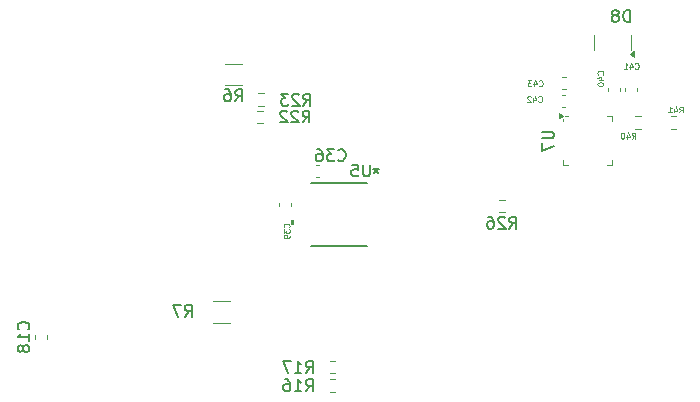
<source format=gbr>
%TF.GenerationSoftware,KiCad,Pcbnew,8.0.6*%
%TF.CreationDate,2025-12-29T11:58:40+02:00*%
%TF.ProjectId,TMCM_1260_alternative,544d434d-5f31-4323-9630-5f616c746572,rev?*%
%TF.SameCoordinates,Original*%
%TF.FileFunction,Legend,Bot*%
%TF.FilePolarity,Positive*%
%FSLAX46Y46*%
G04 Gerber Fmt 4.6, Leading zero omitted, Abs format (unit mm)*
G04 Created by KiCad (PCBNEW 8.0.6) date 2025-12-29 11:58:40*
%MOMM*%
%LPD*%
G01*
G04 APERTURE LIST*
%ADD10C,0.150000*%
%ADD11C,0.125000*%
%ADD12C,0.120000*%
%ADD13C,0.152400*%
%ADD14C,0.000000*%
G04 APERTURE END LIST*
D10*
X96946457Y-92174219D02*
X97279790Y-91698028D01*
X97517885Y-92174219D02*
X97517885Y-91174219D01*
X97517885Y-91174219D02*
X97136933Y-91174219D01*
X97136933Y-91174219D02*
X97041695Y-91221838D01*
X97041695Y-91221838D02*
X96994076Y-91269457D01*
X96994076Y-91269457D02*
X96946457Y-91364695D01*
X96946457Y-91364695D02*
X96946457Y-91507552D01*
X96946457Y-91507552D02*
X96994076Y-91602790D01*
X96994076Y-91602790D02*
X97041695Y-91650409D01*
X97041695Y-91650409D02*
X97136933Y-91698028D01*
X97136933Y-91698028D02*
X97517885Y-91698028D01*
X96565504Y-91269457D02*
X96517885Y-91221838D01*
X96517885Y-91221838D02*
X96422647Y-91174219D01*
X96422647Y-91174219D02*
X96184552Y-91174219D01*
X96184552Y-91174219D02*
X96089314Y-91221838D01*
X96089314Y-91221838D02*
X96041695Y-91269457D01*
X96041695Y-91269457D02*
X95994076Y-91364695D01*
X95994076Y-91364695D02*
X95994076Y-91459933D01*
X95994076Y-91459933D02*
X96041695Y-91602790D01*
X96041695Y-91602790D02*
X96613123Y-92174219D01*
X96613123Y-92174219D02*
X95994076Y-92174219D01*
X95613123Y-91269457D02*
X95565504Y-91221838D01*
X95565504Y-91221838D02*
X95470266Y-91174219D01*
X95470266Y-91174219D02*
X95232171Y-91174219D01*
X95232171Y-91174219D02*
X95136933Y-91221838D01*
X95136933Y-91221838D02*
X95089314Y-91269457D01*
X95089314Y-91269457D02*
X95041695Y-91364695D01*
X95041695Y-91364695D02*
X95041695Y-91459933D01*
X95041695Y-91459933D02*
X95089314Y-91602790D01*
X95089314Y-91602790D02*
X95660742Y-92174219D01*
X95660742Y-92174219D02*
X95041695Y-92174219D01*
D11*
X124832228Y-93544409D02*
X124998894Y-93306314D01*
X125117942Y-93544409D02*
X125117942Y-93044409D01*
X125117942Y-93044409D02*
X124927466Y-93044409D01*
X124927466Y-93044409D02*
X124879847Y-93068219D01*
X124879847Y-93068219D02*
X124856037Y-93092028D01*
X124856037Y-93092028D02*
X124832228Y-93139647D01*
X124832228Y-93139647D02*
X124832228Y-93211076D01*
X124832228Y-93211076D02*
X124856037Y-93258695D01*
X124856037Y-93258695D02*
X124879847Y-93282504D01*
X124879847Y-93282504D02*
X124927466Y-93306314D01*
X124927466Y-93306314D02*
X125117942Y-93306314D01*
X124403656Y-93211076D02*
X124403656Y-93544409D01*
X124522704Y-93020600D02*
X124641751Y-93377742D01*
X124641751Y-93377742D02*
X124332228Y-93377742D01*
X124046514Y-93044409D02*
X123998895Y-93044409D01*
X123998895Y-93044409D02*
X123951276Y-93068219D01*
X123951276Y-93068219D02*
X123927466Y-93092028D01*
X123927466Y-93092028D02*
X123903657Y-93139647D01*
X123903657Y-93139647D02*
X123879847Y-93234885D01*
X123879847Y-93234885D02*
X123879847Y-93353933D01*
X123879847Y-93353933D02*
X123903657Y-93449171D01*
X123903657Y-93449171D02*
X123927466Y-93496790D01*
X123927466Y-93496790D02*
X123951276Y-93520600D01*
X123951276Y-93520600D02*
X123998895Y-93544409D01*
X123998895Y-93544409D02*
X124046514Y-93544409D01*
X124046514Y-93544409D02*
X124094133Y-93520600D01*
X124094133Y-93520600D02*
X124117942Y-93496790D01*
X124117942Y-93496790D02*
X124141752Y-93449171D01*
X124141752Y-93449171D02*
X124165561Y-93353933D01*
X124165561Y-93353933D02*
X124165561Y-93234885D01*
X124165561Y-93234885D02*
X124141752Y-93139647D01*
X124141752Y-93139647D02*
X124117942Y-93092028D01*
X124117942Y-93092028D02*
X124094133Y-93068219D01*
X124094133Y-93068219D02*
X124046514Y-93044409D01*
D10*
X102641304Y-95745210D02*
X102641304Y-96554733D01*
X102641304Y-96554733D02*
X102593685Y-96649971D01*
X102593685Y-96649971D02*
X102546066Y-96697591D01*
X102546066Y-96697591D02*
X102450828Y-96745210D01*
X102450828Y-96745210D02*
X102260352Y-96745210D01*
X102260352Y-96745210D02*
X102165114Y-96697591D01*
X102165114Y-96697591D02*
X102117495Y-96649971D01*
X102117495Y-96649971D02*
X102069876Y-96554733D01*
X102069876Y-96554733D02*
X102069876Y-95745210D01*
X101117495Y-95745210D02*
X101593685Y-95745210D01*
X101593685Y-95745210D02*
X101641304Y-96221400D01*
X101641304Y-96221400D02*
X101593685Y-96173781D01*
X101593685Y-96173781D02*
X101498447Y-96126162D01*
X101498447Y-96126162D02*
X101260352Y-96126162D01*
X101260352Y-96126162D02*
X101165114Y-96173781D01*
X101165114Y-96173781D02*
X101117495Y-96221400D01*
X101117495Y-96221400D02*
X101069876Y-96316638D01*
X101069876Y-96316638D02*
X101069876Y-96554733D01*
X101069876Y-96554733D02*
X101117495Y-96649971D01*
X101117495Y-96649971D02*
X101165114Y-96697591D01*
X101165114Y-96697591D02*
X101260352Y-96745210D01*
X101260352Y-96745210D02*
X101498447Y-96745210D01*
X101498447Y-96745210D02*
X101593685Y-96697591D01*
X101593685Y-96697591D02*
X101641304Y-96649971D01*
X103155749Y-96005010D02*
X103155749Y-96243105D01*
X103393844Y-96147867D02*
X103155749Y-96243105D01*
X103155749Y-96243105D02*
X102917654Y-96147867D01*
X103298606Y-96433581D02*
X103155749Y-96243105D01*
X103155749Y-96243105D02*
X103012892Y-96433581D01*
X103155749Y-96005010D02*
X103155749Y-96243105D01*
X103393844Y-96147867D02*
X103155749Y-96243105D01*
X103155749Y-96243105D02*
X102917654Y-96147867D01*
X103298606Y-96433581D02*
X103155749Y-96243105D01*
X103155749Y-96243105D02*
X103012892Y-96433581D01*
D11*
X122351190Y-88121371D02*
X122375000Y-88097562D01*
X122375000Y-88097562D02*
X122398809Y-88026133D01*
X122398809Y-88026133D02*
X122398809Y-87978514D01*
X122398809Y-87978514D02*
X122375000Y-87907086D01*
X122375000Y-87907086D02*
X122327380Y-87859467D01*
X122327380Y-87859467D02*
X122279761Y-87835657D01*
X122279761Y-87835657D02*
X122184523Y-87811848D01*
X122184523Y-87811848D02*
X122113095Y-87811848D01*
X122113095Y-87811848D02*
X122017857Y-87835657D01*
X122017857Y-87835657D02*
X121970238Y-87859467D01*
X121970238Y-87859467D02*
X121922619Y-87907086D01*
X121922619Y-87907086D02*
X121898809Y-87978514D01*
X121898809Y-87978514D02*
X121898809Y-88026133D01*
X121898809Y-88026133D02*
X121922619Y-88097562D01*
X121922619Y-88097562D02*
X121946428Y-88121371D01*
X122065476Y-88549943D02*
X122398809Y-88549943D01*
X121875000Y-88430895D02*
X122232142Y-88311848D01*
X122232142Y-88311848D02*
X122232142Y-88621371D01*
X121898809Y-88907085D02*
X121898809Y-88954704D01*
X121898809Y-88954704D02*
X121922619Y-89002323D01*
X121922619Y-89002323D02*
X121946428Y-89026133D01*
X121946428Y-89026133D02*
X121994047Y-89049942D01*
X121994047Y-89049942D02*
X122089285Y-89073752D01*
X122089285Y-89073752D02*
X122208333Y-89073752D01*
X122208333Y-89073752D02*
X122303571Y-89049942D01*
X122303571Y-89049942D02*
X122351190Y-89026133D01*
X122351190Y-89026133D02*
X122375000Y-89002323D01*
X122375000Y-89002323D02*
X122398809Y-88954704D01*
X122398809Y-88954704D02*
X122398809Y-88907085D01*
X122398809Y-88907085D02*
X122375000Y-88859466D01*
X122375000Y-88859466D02*
X122351190Y-88835657D01*
X122351190Y-88835657D02*
X122303571Y-88811847D01*
X122303571Y-88811847D02*
X122208333Y-88788038D01*
X122208333Y-88788038D02*
X122089285Y-88788038D01*
X122089285Y-88788038D02*
X121994047Y-88811847D01*
X121994047Y-88811847D02*
X121946428Y-88835657D01*
X121946428Y-88835657D02*
X121922619Y-88859466D01*
X121922619Y-88859466D02*
X121898809Y-88907085D01*
D10*
X86958466Y-108608019D02*
X87291799Y-108131828D01*
X87529894Y-108608019D02*
X87529894Y-107608019D01*
X87529894Y-107608019D02*
X87148942Y-107608019D01*
X87148942Y-107608019D02*
X87053704Y-107655638D01*
X87053704Y-107655638D02*
X87006085Y-107703257D01*
X87006085Y-107703257D02*
X86958466Y-107798495D01*
X86958466Y-107798495D02*
X86958466Y-107941352D01*
X86958466Y-107941352D02*
X87006085Y-108036590D01*
X87006085Y-108036590D02*
X87053704Y-108084209D01*
X87053704Y-108084209D02*
X87148942Y-108131828D01*
X87148942Y-108131828D02*
X87529894Y-108131828D01*
X86625132Y-107608019D02*
X85958466Y-107608019D01*
X85958466Y-107608019D02*
X86387037Y-108608019D01*
X97213657Y-114932619D02*
X97546990Y-114456428D01*
X97785085Y-114932619D02*
X97785085Y-113932619D01*
X97785085Y-113932619D02*
X97404133Y-113932619D01*
X97404133Y-113932619D02*
X97308895Y-113980238D01*
X97308895Y-113980238D02*
X97261276Y-114027857D01*
X97261276Y-114027857D02*
X97213657Y-114123095D01*
X97213657Y-114123095D02*
X97213657Y-114265952D01*
X97213657Y-114265952D02*
X97261276Y-114361190D01*
X97261276Y-114361190D02*
X97308895Y-114408809D01*
X97308895Y-114408809D02*
X97404133Y-114456428D01*
X97404133Y-114456428D02*
X97785085Y-114456428D01*
X96261276Y-114932619D02*
X96832704Y-114932619D01*
X96546990Y-114932619D02*
X96546990Y-113932619D01*
X96546990Y-113932619D02*
X96642228Y-114075476D01*
X96642228Y-114075476D02*
X96737466Y-114170714D01*
X96737466Y-114170714D02*
X96832704Y-114218333D01*
X95404133Y-113932619D02*
X95594609Y-113932619D01*
X95594609Y-113932619D02*
X95689847Y-113980238D01*
X95689847Y-113980238D02*
X95737466Y-114027857D01*
X95737466Y-114027857D02*
X95832704Y-114170714D01*
X95832704Y-114170714D02*
X95880323Y-114361190D01*
X95880323Y-114361190D02*
X95880323Y-114742142D01*
X95880323Y-114742142D02*
X95832704Y-114837380D01*
X95832704Y-114837380D02*
X95785085Y-114885000D01*
X95785085Y-114885000D02*
X95689847Y-114932619D01*
X95689847Y-114932619D02*
X95499371Y-114932619D01*
X95499371Y-114932619D02*
X95404133Y-114885000D01*
X95404133Y-114885000D02*
X95356514Y-114837380D01*
X95356514Y-114837380D02*
X95308895Y-114742142D01*
X95308895Y-114742142D02*
X95308895Y-114504047D01*
X95308895Y-114504047D02*
X95356514Y-114408809D01*
X95356514Y-114408809D02*
X95404133Y-114361190D01*
X95404133Y-114361190D02*
X95499371Y-114313571D01*
X95499371Y-114313571D02*
X95689847Y-114313571D01*
X95689847Y-114313571D02*
X95785085Y-114361190D01*
X95785085Y-114361190D02*
X95832704Y-114408809D01*
X95832704Y-114408809D02*
X95880323Y-114504047D01*
D11*
X125086228Y-87603990D02*
X125110037Y-87627800D01*
X125110037Y-87627800D02*
X125181466Y-87651609D01*
X125181466Y-87651609D02*
X125229085Y-87651609D01*
X125229085Y-87651609D02*
X125300513Y-87627800D01*
X125300513Y-87627800D02*
X125348132Y-87580180D01*
X125348132Y-87580180D02*
X125371942Y-87532561D01*
X125371942Y-87532561D02*
X125395751Y-87437323D01*
X125395751Y-87437323D02*
X125395751Y-87365895D01*
X125395751Y-87365895D02*
X125371942Y-87270657D01*
X125371942Y-87270657D02*
X125348132Y-87223038D01*
X125348132Y-87223038D02*
X125300513Y-87175419D01*
X125300513Y-87175419D02*
X125229085Y-87151609D01*
X125229085Y-87151609D02*
X125181466Y-87151609D01*
X125181466Y-87151609D02*
X125110037Y-87175419D01*
X125110037Y-87175419D02*
X125086228Y-87199228D01*
X124657656Y-87318276D02*
X124657656Y-87651609D01*
X124776704Y-87127800D02*
X124895751Y-87484942D01*
X124895751Y-87484942D02*
X124586228Y-87484942D01*
X124133847Y-87651609D02*
X124419561Y-87651609D01*
X124276704Y-87651609D02*
X124276704Y-87151609D01*
X124276704Y-87151609D02*
X124324323Y-87223038D01*
X124324323Y-87223038D02*
X124371942Y-87270657D01*
X124371942Y-87270657D02*
X124419561Y-87294466D01*
X128845428Y-91334609D02*
X129012094Y-91096514D01*
X129131142Y-91334609D02*
X129131142Y-90834609D01*
X129131142Y-90834609D02*
X128940666Y-90834609D01*
X128940666Y-90834609D02*
X128893047Y-90858419D01*
X128893047Y-90858419D02*
X128869237Y-90882228D01*
X128869237Y-90882228D02*
X128845428Y-90929847D01*
X128845428Y-90929847D02*
X128845428Y-91001276D01*
X128845428Y-91001276D02*
X128869237Y-91048895D01*
X128869237Y-91048895D02*
X128893047Y-91072704D01*
X128893047Y-91072704D02*
X128940666Y-91096514D01*
X128940666Y-91096514D02*
X129131142Y-91096514D01*
X128416856Y-91001276D02*
X128416856Y-91334609D01*
X128535904Y-90810800D02*
X128654951Y-91167942D01*
X128654951Y-91167942D02*
X128345428Y-91167942D01*
X127893047Y-91334609D02*
X128178761Y-91334609D01*
X128035904Y-91334609D02*
X128035904Y-90834609D01*
X128035904Y-90834609D02*
X128083523Y-90906038D01*
X128083523Y-90906038D02*
X128131142Y-90953657D01*
X128131142Y-90953657D02*
X128178761Y-90977466D01*
D10*
X99956857Y-95355580D02*
X100004476Y-95403200D01*
X100004476Y-95403200D02*
X100147333Y-95450819D01*
X100147333Y-95450819D02*
X100242571Y-95450819D01*
X100242571Y-95450819D02*
X100385428Y-95403200D01*
X100385428Y-95403200D02*
X100480666Y-95307961D01*
X100480666Y-95307961D02*
X100528285Y-95212723D01*
X100528285Y-95212723D02*
X100575904Y-95022247D01*
X100575904Y-95022247D02*
X100575904Y-94879390D01*
X100575904Y-94879390D02*
X100528285Y-94688914D01*
X100528285Y-94688914D02*
X100480666Y-94593676D01*
X100480666Y-94593676D02*
X100385428Y-94498438D01*
X100385428Y-94498438D02*
X100242571Y-94450819D01*
X100242571Y-94450819D02*
X100147333Y-94450819D01*
X100147333Y-94450819D02*
X100004476Y-94498438D01*
X100004476Y-94498438D02*
X99956857Y-94546057D01*
X99623523Y-94450819D02*
X99004476Y-94450819D01*
X99004476Y-94450819D02*
X99337809Y-94831771D01*
X99337809Y-94831771D02*
X99194952Y-94831771D01*
X99194952Y-94831771D02*
X99099714Y-94879390D01*
X99099714Y-94879390D02*
X99052095Y-94927009D01*
X99052095Y-94927009D02*
X99004476Y-95022247D01*
X99004476Y-95022247D02*
X99004476Y-95260342D01*
X99004476Y-95260342D02*
X99052095Y-95355580D01*
X99052095Y-95355580D02*
X99099714Y-95403200D01*
X99099714Y-95403200D02*
X99194952Y-95450819D01*
X99194952Y-95450819D02*
X99480666Y-95450819D01*
X99480666Y-95450819D02*
X99575904Y-95403200D01*
X99575904Y-95403200D02*
X99623523Y-95355580D01*
X98147333Y-94450819D02*
X98337809Y-94450819D01*
X98337809Y-94450819D02*
X98433047Y-94498438D01*
X98433047Y-94498438D02*
X98480666Y-94546057D01*
X98480666Y-94546057D02*
X98575904Y-94688914D01*
X98575904Y-94688914D02*
X98623523Y-94879390D01*
X98623523Y-94879390D02*
X98623523Y-95260342D01*
X98623523Y-95260342D02*
X98575904Y-95355580D01*
X98575904Y-95355580D02*
X98528285Y-95403200D01*
X98528285Y-95403200D02*
X98433047Y-95450819D01*
X98433047Y-95450819D02*
X98242571Y-95450819D01*
X98242571Y-95450819D02*
X98147333Y-95403200D01*
X98147333Y-95403200D02*
X98099714Y-95355580D01*
X98099714Y-95355580D02*
X98052095Y-95260342D01*
X98052095Y-95260342D02*
X98052095Y-95022247D01*
X98052095Y-95022247D02*
X98099714Y-94927009D01*
X98099714Y-94927009D02*
X98147333Y-94879390D01*
X98147333Y-94879390D02*
X98242571Y-94831771D01*
X98242571Y-94831771D02*
X98433047Y-94831771D01*
X98433047Y-94831771D02*
X98528285Y-94879390D01*
X98528285Y-94879390D02*
X98575904Y-94927009D01*
X98575904Y-94927009D02*
X98623523Y-95022247D01*
X124639294Y-83665219D02*
X124639294Y-82665219D01*
X124639294Y-82665219D02*
X124401199Y-82665219D01*
X124401199Y-82665219D02*
X124258342Y-82712838D01*
X124258342Y-82712838D02*
X124163104Y-82808076D01*
X124163104Y-82808076D02*
X124115485Y-82903314D01*
X124115485Y-82903314D02*
X124067866Y-83093790D01*
X124067866Y-83093790D02*
X124067866Y-83236647D01*
X124067866Y-83236647D02*
X124115485Y-83427123D01*
X124115485Y-83427123D02*
X124163104Y-83522361D01*
X124163104Y-83522361D02*
X124258342Y-83617600D01*
X124258342Y-83617600D02*
X124401199Y-83665219D01*
X124401199Y-83665219D02*
X124639294Y-83665219D01*
X123496437Y-83093790D02*
X123591675Y-83046171D01*
X123591675Y-83046171D02*
X123639294Y-82998552D01*
X123639294Y-82998552D02*
X123686913Y-82903314D01*
X123686913Y-82903314D02*
X123686913Y-82855695D01*
X123686913Y-82855695D02*
X123639294Y-82760457D01*
X123639294Y-82760457D02*
X123591675Y-82712838D01*
X123591675Y-82712838D02*
X123496437Y-82665219D01*
X123496437Y-82665219D02*
X123305961Y-82665219D01*
X123305961Y-82665219D02*
X123210723Y-82712838D01*
X123210723Y-82712838D02*
X123163104Y-82760457D01*
X123163104Y-82760457D02*
X123115485Y-82855695D01*
X123115485Y-82855695D02*
X123115485Y-82903314D01*
X123115485Y-82903314D02*
X123163104Y-82998552D01*
X123163104Y-82998552D02*
X123210723Y-83046171D01*
X123210723Y-83046171D02*
X123305961Y-83093790D01*
X123305961Y-83093790D02*
X123496437Y-83093790D01*
X123496437Y-83093790D02*
X123591675Y-83141409D01*
X123591675Y-83141409D02*
X123639294Y-83189028D01*
X123639294Y-83189028D02*
X123686913Y-83284266D01*
X123686913Y-83284266D02*
X123686913Y-83474742D01*
X123686913Y-83474742D02*
X123639294Y-83569980D01*
X123639294Y-83569980D02*
X123591675Y-83617600D01*
X123591675Y-83617600D02*
X123496437Y-83665219D01*
X123496437Y-83665219D02*
X123305961Y-83665219D01*
X123305961Y-83665219D02*
X123210723Y-83617600D01*
X123210723Y-83617600D02*
X123163104Y-83569980D01*
X123163104Y-83569980D02*
X123115485Y-83474742D01*
X123115485Y-83474742D02*
X123115485Y-83284266D01*
X123115485Y-83284266D02*
X123163104Y-83189028D01*
X123163104Y-83189028D02*
X123210723Y-83141409D01*
X123210723Y-83141409D02*
X123305961Y-83093790D01*
X117215219Y-92945795D02*
X118024742Y-92945795D01*
X118024742Y-92945795D02*
X118119980Y-92993414D01*
X118119980Y-92993414D02*
X118167600Y-93041033D01*
X118167600Y-93041033D02*
X118215219Y-93136271D01*
X118215219Y-93136271D02*
X118215219Y-93326747D01*
X118215219Y-93326747D02*
X118167600Y-93421985D01*
X118167600Y-93421985D02*
X118119980Y-93469604D01*
X118119980Y-93469604D02*
X118024742Y-93517223D01*
X118024742Y-93517223D02*
X117215219Y-93517223D01*
X117215219Y-93898176D02*
X117215219Y-94564842D01*
X117215219Y-94564842D02*
X118215219Y-94136271D01*
X97010457Y-90751819D02*
X97343790Y-90275628D01*
X97581885Y-90751819D02*
X97581885Y-89751819D01*
X97581885Y-89751819D02*
X97200933Y-89751819D01*
X97200933Y-89751819D02*
X97105695Y-89799438D01*
X97105695Y-89799438D02*
X97058076Y-89847057D01*
X97058076Y-89847057D02*
X97010457Y-89942295D01*
X97010457Y-89942295D02*
X97010457Y-90085152D01*
X97010457Y-90085152D02*
X97058076Y-90180390D01*
X97058076Y-90180390D02*
X97105695Y-90228009D01*
X97105695Y-90228009D02*
X97200933Y-90275628D01*
X97200933Y-90275628D02*
X97581885Y-90275628D01*
X96629504Y-89847057D02*
X96581885Y-89799438D01*
X96581885Y-89799438D02*
X96486647Y-89751819D01*
X96486647Y-89751819D02*
X96248552Y-89751819D01*
X96248552Y-89751819D02*
X96153314Y-89799438D01*
X96153314Y-89799438D02*
X96105695Y-89847057D01*
X96105695Y-89847057D02*
X96058076Y-89942295D01*
X96058076Y-89942295D02*
X96058076Y-90037533D01*
X96058076Y-90037533D02*
X96105695Y-90180390D01*
X96105695Y-90180390D02*
X96677123Y-90751819D01*
X96677123Y-90751819D02*
X96058076Y-90751819D01*
X95724742Y-89751819D02*
X95105695Y-89751819D01*
X95105695Y-89751819D02*
X95439028Y-90132771D01*
X95439028Y-90132771D02*
X95296171Y-90132771D01*
X95296171Y-90132771D02*
X95200933Y-90180390D01*
X95200933Y-90180390D02*
X95153314Y-90228009D01*
X95153314Y-90228009D02*
X95105695Y-90323247D01*
X95105695Y-90323247D02*
X95105695Y-90561342D01*
X95105695Y-90561342D02*
X95153314Y-90656580D01*
X95153314Y-90656580D02*
X95200933Y-90704200D01*
X95200933Y-90704200D02*
X95296171Y-90751819D01*
X95296171Y-90751819D02*
X95581885Y-90751819D01*
X95581885Y-90751819D02*
X95677123Y-90704200D01*
X95677123Y-90704200D02*
X95724742Y-90656580D01*
D11*
X95782790Y-101049971D02*
X95806600Y-101026162D01*
X95806600Y-101026162D02*
X95830409Y-100954733D01*
X95830409Y-100954733D02*
X95830409Y-100907114D01*
X95830409Y-100907114D02*
X95806600Y-100835686D01*
X95806600Y-100835686D02*
X95758980Y-100788067D01*
X95758980Y-100788067D02*
X95711361Y-100764257D01*
X95711361Y-100764257D02*
X95616123Y-100740448D01*
X95616123Y-100740448D02*
X95544695Y-100740448D01*
X95544695Y-100740448D02*
X95449457Y-100764257D01*
X95449457Y-100764257D02*
X95401838Y-100788067D01*
X95401838Y-100788067D02*
X95354219Y-100835686D01*
X95354219Y-100835686D02*
X95330409Y-100907114D01*
X95330409Y-100907114D02*
X95330409Y-100954733D01*
X95330409Y-100954733D02*
X95354219Y-101026162D01*
X95354219Y-101026162D02*
X95378028Y-101049971D01*
X95330409Y-101216638D02*
X95330409Y-101526162D01*
X95330409Y-101526162D02*
X95520885Y-101359495D01*
X95520885Y-101359495D02*
X95520885Y-101430924D01*
X95520885Y-101430924D02*
X95544695Y-101478543D01*
X95544695Y-101478543D02*
X95568504Y-101502352D01*
X95568504Y-101502352D02*
X95616123Y-101526162D01*
X95616123Y-101526162D02*
X95735171Y-101526162D01*
X95735171Y-101526162D02*
X95782790Y-101502352D01*
X95782790Y-101502352D02*
X95806600Y-101478543D01*
X95806600Y-101478543D02*
X95830409Y-101430924D01*
X95830409Y-101430924D02*
X95830409Y-101288067D01*
X95830409Y-101288067D02*
X95806600Y-101240448D01*
X95806600Y-101240448D02*
X95782790Y-101216638D01*
X95830409Y-101764257D02*
X95830409Y-101859495D01*
X95830409Y-101859495D02*
X95806600Y-101907114D01*
X95806600Y-101907114D02*
X95782790Y-101930923D01*
X95782790Y-101930923D02*
X95711361Y-101978542D01*
X95711361Y-101978542D02*
X95616123Y-102002352D01*
X95616123Y-102002352D02*
X95425647Y-102002352D01*
X95425647Y-102002352D02*
X95378028Y-101978542D01*
X95378028Y-101978542D02*
X95354219Y-101954733D01*
X95354219Y-101954733D02*
X95330409Y-101907114D01*
X95330409Y-101907114D02*
X95330409Y-101811876D01*
X95330409Y-101811876D02*
X95354219Y-101764257D01*
X95354219Y-101764257D02*
X95378028Y-101740447D01*
X95378028Y-101740447D02*
X95425647Y-101716638D01*
X95425647Y-101716638D02*
X95544695Y-101716638D01*
X95544695Y-101716638D02*
X95592314Y-101740447D01*
X95592314Y-101740447D02*
X95616123Y-101764257D01*
X95616123Y-101764257D02*
X95639933Y-101811876D01*
X95639933Y-101811876D02*
X95639933Y-101907114D01*
X95639933Y-101907114D02*
X95616123Y-101954733D01*
X95616123Y-101954733D02*
X95592314Y-101978542D01*
X95592314Y-101978542D02*
X95544695Y-102002352D01*
D10*
X73707180Y-109707142D02*
X73754800Y-109659523D01*
X73754800Y-109659523D02*
X73802419Y-109516666D01*
X73802419Y-109516666D02*
X73802419Y-109421428D01*
X73802419Y-109421428D02*
X73754800Y-109278571D01*
X73754800Y-109278571D02*
X73659561Y-109183333D01*
X73659561Y-109183333D02*
X73564323Y-109135714D01*
X73564323Y-109135714D02*
X73373847Y-109088095D01*
X73373847Y-109088095D02*
X73230990Y-109088095D01*
X73230990Y-109088095D02*
X73040514Y-109135714D01*
X73040514Y-109135714D02*
X72945276Y-109183333D01*
X72945276Y-109183333D02*
X72850038Y-109278571D01*
X72850038Y-109278571D02*
X72802419Y-109421428D01*
X72802419Y-109421428D02*
X72802419Y-109516666D01*
X72802419Y-109516666D02*
X72850038Y-109659523D01*
X72850038Y-109659523D02*
X72897657Y-109707142D01*
X73802419Y-110659523D02*
X73802419Y-110088095D01*
X73802419Y-110373809D02*
X72802419Y-110373809D01*
X72802419Y-110373809D02*
X72945276Y-110278571D01*
X72945276Y-110278571D02*
X73040514Y-110183333D01*
X73040514Y-110183333D02*
X73088133Y-110088095D01*
X73230990Y-111230952D02*
X73183371Y-111135714D01*
X73183371Y-111135714D02*
X73135752Y-111088095D01*
X73135752Y-111088095D02*
X73040514Y-111040476D01*
X73040514Y-111040476D02*
X72992895Y-111040476D01*
X72992895Y-111040476D02*
X72897657Y-111088095D01*
X72897657Y-111088095D02*
X72850038Y-111135714D01*
X72850038Y-111135714D02*
X72802419Y-111230952D01*
X72802419Y-111230952D02*
X72802419Y-111421428D01*
X72802419Y-111421428D02*
X72850038Y-111516666D01*
X72850038Y-111516666D02*
X72897657Y-111564285D01*
X72897657Y-111564285D02*
X72992895Y-111611904D01*
X72992895Y-111611904D02*
X73040514Y-111611904D01*
X73040514Y-111611904D02*
X73135752Y-111564285D01*
X73135752Y-111564285D02*
X73183371Y-111516666D01*
X73183371Y-111516666D02*
X73230990Y-111421428D01*
X73230990Y-111421428D02*
X73230990Y-111230952D01*
X73230990Y-111230952D02*
X73278609Y-111135714D01*
X73278609Y-111135714D02*
X73326228Y-111088095D01*
X73326228Y-111088095D02*
X73421466Y-111040476D01*
X73421466Y-111040476D02*
X73611942Y-111040476D01*
X73611942Y-111040476D02*
X73707180Y-111088095D01*
X73707180Y-111088095D02*
X73754800Y-111135714D01*
X73754800Y-111135714D02*
X73802419Y-111230952D01*
X73802419Y-111230952D02*
X73802419Y-111421428D01*
X73802419Y-111421428D02*
X73754800Y-111516666D01*
X73754800Y-111516666D02*
X73707180Y-111564285D01*
X73707180Y-111564285D02*
X73611942Y-111611904D01*
X73611942Y-111611904D02*
X73421466Y-111611904D01*
X73421466Y-111611904D02*
X73326228Y-111564285D01*
X73326228Y-111564285D02*
X73278609Y-111516666D01*
X73278609Y-111516666D02*
X73230990Y-111421428D01*
X114448057Y-101165819D02*
X114781390Y-100689628D01*
X115019485Y-101165819D02*
X115019485Y-100165819D01*
X115019485Y-100165819D02*
X114638533Y-100165819D01*
X114638533Y-100165819D02*
X114543295Y-100213438D01*
X114543295Y-100213438D02*
X114495676Y-100261057D01*
X114495676Y-100261057D02*
X114448057Y-100356295D01*
X114448057Y-100356295D02*
X114448057Y-100499152D01*
X114448057Y-100499152D02*
X114495676Y-100594390D01*
X114495676Y-100594390D02*
X114543295Y-100642009D01*
X114543295Y-100642009D02*
X114638533Y-100689628D01*
X114638533Y-100689628D02*
X115019485Y-100689628D01*
X114067104Y-100261057D02*
X114019485Y-100213438D01*
X114019485Y-100213438D02*
X113924247Y-100165819D01*
X113924247Y-100165819D02*
X113686152Y-100165819D01*
X113686152Y-100165819D02*
X113590914Y-100213438D01*
X113590914Y-100213438D02*
X113543295Y-100261057D01*
X113543295Y-100261057D02*
X113495676Y-100356295D01*
X113495676Y-100356295D02*
X113495676Y-100451533D01*
X113495676Y-100451533D02*
X113543295Y-100594390D01*
X113543295Y-100594390D02*
X114114723Y-101165819D01*
X114114723Y-101165819D02*
X113495676Y-101165819D01*
X112638533Y-100165819D02*
X112829009Y-100165819D01*
X112829009Y-100165819D02*
X112924247Y-100213438D01*
X112924247Y-100213438D02*
X112971866Y-100261057D01*
X112971866Y-100261057D02*
X113067104Y-100403914D01*
X113067104Y-100403914D02*
X113114723Y-100594390D01*
X113114723Y-100594390D02*
X113114723Y-100975342D01*
X113114723Y-100975342D02*
X113067104Y-101070580D01*
X113067104Y-101070580D02*
X113019485Y-101118200D01*
X113019485Y-101118200D02*
X112924247Y-101165819D01*
X112924247Y-101165819D02*
X112733771Y-101165819D01*
X112733771Y-101165819D02*
X112638533Y-101118200D01*
X112638533Y-101118200D02*
X112590914Y-101070580D01*
X112590914Y-101070580D02*
X112543295Y-100975342D01*
X112543295Y-100975342D02*
X112543295Y-100737247D01*
X112543295Y-100737247D02*
X112590914Y-100642009D01*
X112590914Y-100642009D02*
X112638533Y-100594390D01*
X112638533Y-100594390D02*
X112733771Y-100546771D01*
X112733771Y-100546771D02*
X112924247Y-100546771D01*
X112924247Y-100546771D02*
X113019485Y-100594390D01*
X113019485Y-100594390D02*
X113067104Y-100642009D01*
X113067104Y-100642009D02*
X113114723Y-100737247D01*
D11*
X116907428Y-90397990D02*
X116931237Y-90421800D01*
X116931237Y-90421800D02*
X117002666Y-90445609D01*
X117002666Y-90445609D02*
X117050285Y-90445609D01*
X117050285Y-90445609D02*
X117121713Y-90421800D01*
X117121713Y-90421800D02*
X117169332Y-90374180D01*
X117169332Y-90374180D02*
X117193142Y-90326561D01*
X117193142Y-90326561D02*
X117216951Y-90231323D01*
X117216951Y-90231323D02*
X117216951Y-90159895D01*
X117216951Y-90159895D02*
X117193142Y-90064657D01*
X117193142Y-90064657D02*
X117169332Y-90017038D01*
X117169332Y-90017038D02*
X117121713Y-89969419D01*
X117121713Y-89969419D02*
X117050285Y-89945609D01*
X117050285Y-89945609D02*
X117002666Y-89945609D01*
X117002666Y-89945609D02*
X116931237Y-89969419D01*
X116931237Y-89969419D02*
X116907428Y-89993228D01*
X116478856Y-90112276D02*
X116478856Y-90445609D01*
X116597904Y-89921800D02*
X116716951Y-90278942D01*
X116716951Y-90278942D02*
X116407428Y-90278942D01*
X116240761Y-89993228D02*
X116216952Y-89969419D01*
X116216952Y-89969419D02*
X116169333Y-89945609D01*
X116169333Y-89945609D02*
X116050285Y-89945609D01*
X116050285Y-89945609D02*
X116002666Y-89969419D01*
X116002666Y-89969419D02*
X115978857Y-89993228D01*
X115978857Y-89993228D02*
X115955047Y-90040847D01*
X115955047Y-90040847D02*
X115955047Y-90088466D01*
X115955047Y-90088466D02*
X115978857Y-90159895D01*
X115978857Y-90159895D02*
X116264571Y-90445609D01*
X116264571Y-90445609D02*
X115955047Y-90445609D01*
X116958228Y-89077190D02*
X116982037Y-89101000D01*
X116982037Y-89101000D02*
X117053466Y-89124809D01*
X117053466Y-89124809D02*
X117101085Y-89124809D01*
X117101085Y-89124809D02*
X117172513Y-89101000D01*
X117172513Y-89101000D02*
X117220132Y-89053380D01*
X117220132Y-89053380D02*
X117243942Y-89005761D01*
X117243942Y-89005761D02*
X117267751Y-88910523D01*
X117267751Y-88910523D02*
X117267751Y-88839095D01*
X117267751Y-88839095D02*
X117243942Y-88743857D01*
X117243942Y-88743857D02*
X117220132Y-88696238D01*
X117220132Y-88696238D02*
X117172513Y-88648619D01*
X117172513Y-88648619D02*
X117101085Y-88624809D01*
X117101085Y-88624809D02*
X117053466Y-88624809D01*
X117053466Y-88624809D02*
X116982037Y-88648619D01*
X116982037Y-88648619D02*
X116958228Y-88672428D01*
X116529656Y-88791476D02*
X116529656Y-89124809D01*
X116648704Y-88601000D02*
X116767751Y-88958142D01*
X116767751Y-88958142D02*
X116458228Y-88958142D01*
X116315371Y-88624809D02*
X116005847Y-88624809D01*
X116005847Y-88624809D02*
X116172514Y-88815285D01*
X116172514Y-88815285D02*
X116101085Y-88815285D01*
X116101085Y-88815285D02*
X116053466Y-88839095D01*
X116053466Y-88839095D02*
X116029657Y-88862904D01*
X116029657Y-88862904D02*
X116005847Y-88910523D01*
X116005847Y-88910523D02*
X116005847Y-89029571D01*
X116005847Y-89029571D02*
X116029657Y-89077190D01*
X116029657Y-89077190D02*
X116053466Y-89101000D01*
X116053466Y-89101000D02*
X116101085Y-89124809D01*
X116101085Y-89124809D02*
X116243942Y-89124809D01*
X116243942Y-89124809D02*
X116291561Y-89101000D01*
X116291561Y-89101000D02*
X116315371Y-89077190D01*
D10*
X91251066Y-90387419D02*
X91584399Y-89911228D01*
X91822494Y-90387419D02*
X91822494Y-89387419D01*
X91822494Y-89387419D02*
X91441542Y-89387419D01*
X91441542Y-89387419D02*
X91346304Y-89435038D01*
X91346304Y-89435038D02*
X91298685Y-89482657D01*
X91298685Y-89482657D02*
X91251066Y-89577895D01*
X91251066Y-89577895D02*
X91251066Y-89720752D01*
X91251066Y-89720752D02*
X91298685Y-89815990D01*
X91298685Y-89815990D02*
X91346304Y-89863609D01*
X91346304Y-89863609D02*
X91441542Y-89911228D01*
X91441542Y-89911228D02*
X91822494Y-89911228D01*
X90393923Y-89387419D02*
X90584399Y-89387419D01*
X90584399Y-89387419D02*
X90679637Y-89435038D01*
X90679637Y-89435038D02*
X90727256Y-89482657D01*
X90727256Y-89482657D02*
X90822494Y-89625514D01*
X90822494Y-89625514D02*
X90870113Y-89815990D01*
X90870113Y-89815990D02*
X90870113Y-90196942D01*
X90870113Y-90196942D02*
X90822494Y-90292180D01*
X90822494Y-90292180D02*
X90774875Y-90339800D01*
X90774875Y-90339800D02*
X90679637Y-90387419D01*
X90679637Y-90387419D02*
X90489161Y-90387419D01*
X90489161Y-90387419D02*
X90393923Y-90339800D01*
X90393923Y-90339800D02*
X90346304Y-90292180D01*
X90346304Y-90292180D02*
X90298685Y-90196942D01*
X90298685Y-90196942D02*
X90298685Y-89958847D01*
X90298685Y-89958847D02*
X90346304Y-89863609D01*
X90346304Y-89863609D02*
X90393923Y-89815990D01*
X90393923Y-89815990D02*
X90489161Y-89768371D01*
X90489161Y-89768371D02*
X90679637Y-89768371D01*
X90679637Y-89768371D02*
X90774875Y-89815990D01*
X90774875Y-89815990D02*
X90822494Y-89863609D01*
X90822494Y-89863609D02*
X90870113Y-89958847D01*
X97213657Y-113383219D02*
X97546990Y-112907028D01*
X97785085Y-113383219D02*
X97785085Y-112383219D01*
X97785085Y-112383219D02*
X97404133Y-112383219D01*
X97404133Y-112383219D02*
X97308895Y-112430838D01*
X97308895Y-112430838D02*
X97261276Y-112478457D01*
X97261276Y-112478457D02*
X97213657Y-112573695D01*
X97213657Y-112573695D02*
X97213657Y-112716552D01*
X97213657Y-112716552D02*
X97261276Y-112811790D01*
X97261276Y-112811790D02*
X97308895Y-112859409D01*
X97308895Y-112859409D02*
X97404133Y-112907028D01*
X97404133Y-112907028D02*
X97785085Y-112907028D01*
X96261276Y-113383219D02*
X96832704Y-113383219D01*
X96546990Y-113383219D02*
X96546990Y-112383219D01*
X96546990Y-112383219D02*
X96642228Y-112526076D01*
X96642228Y-112526076D02*
X96737466Y-112621314D01*
X96737466Y-112621314D02*
X96832704Y-112668933D01*
X95927942Y-112383219D02*
X95261276Y-112383219D01*
X95261276Y-112383219D02*
X95689847Y-113383219D01*
D12*
%TO.C,R22*%
X93582258Y-91171500D02*
X93107742Y-91171500D01*
X93582258Y-92216500D02*
X93107742Y-92216500D01*
%TO.C,R40*%
X125086342Y-91654100D02*
X125560858Y-91654100D01*
X125086342Y-92699100D02*
X125560858Y-92699100D01*
D13*
%TO.C,U5*%
X97624900Y-102678491D02*
X102374700Y-102678491D01*
X102374700Y-97319091D02*
X97624900Y-97319091D01*
D14*
G36*
X96189800Y-100839290D02*
G01*
X95935800Y-100839290D01*
X95935800Y-100458290D01*
X96189800Y-100458290D01*
X96189800Y-100839290D01*
G37*
D12*
%TO.C,C40*%
X122756200Y-89554267D02*
X122756200Y-89261733D01*
X123776200Y-89554267D02*
X123776200Y-89261733D01*
%TO.C,R7*%
X90820864Y-107319400D02*
X89366736Y-107319400D01*
X90820864Y-109139400D02*
X89366736Y-109139400D01*
%TO.C,R16*%
X99703658Y-113929900D02*
X99229142Y-113929900D01*
X99703658Y-114974900D02*
X99229142Y-114974900D01*
%TO.C,C41*%
X124229400Y-89553167D02*
X124229400Y-89260633D01*
X125249400Y-89553167D02*
X125249400Y-89260633D01*
%TO.C,R41*%
X128108942Y-91654100D02*
X128583458Y-91654100D01*
X128108942Y-92699100D02*
X128583458Y-92699100D01*
%TO.C,C36*%
X98336980Y-95806800D02*
X98055820Y-95806800D01*
X98336980Y-96826800D02*
X98055820Y-96826800D01*
%TO.C,D8*%
X121620600Y-84760000D02*
X121620600Y-86060000D01*
X124740600Y-86030000D02*
X124740600Y-84760000D01*
X125020600Y-86650000D02*
X124690600Y-86410000D01*
X125020600Y-86170000D01*
X125020600Y-86650000D01*
G36*
X125020600Y-86650000D02*
G01*
X124690600Y-86410000D01*
X125020600Y-86170000D01*
X125020600Y-86650000D01*
G37*
%TO.C,U7*%
X118950400Y-91597700D02*
X118620400Y-91837700D01*
X118620400Y-91357700D01*
X118950400Y-91597700D01*
G36*
X118950400Y-91597700D02*
G01*
X118620400Y-91837700D01*
X118620400Y-91357700D01*
X118950400Y-91597700D01*
G37*
X123170400Y-95817700D02*
X123170400Y-95342700D01*
X123170400Y-91597700D02*
X123170400Y-92072700D01*
X122695400Y-95817700D02*
X123170400Y-95817700D01*
X122695400Y-91597700D02*
X123170400Y-91597700D01*
X119425400Y-95817700D02*
X118950400Y-95817700D01*
X119190400Y-91597700D02*
X119425400Y-91597700D01*
X118950400Y-95817700D02*
X118950400Y-95342700D01*
X118950400Y-91897700D02*
X118950400Y-92072700D01*
%TO.C,R23*%
X93633058Y-89698300D02*
X93158542Y-89698300D01*
X93633058Y-90743300D02*
X93158542Y-90743300D01*
%TO.C,C39*%
X94943200Y-99276780D02*
X94943200Y-98995620D01*
X95963200Y-99276780D02*
X95963200Y-98995620D01*
%TO.C,C18*%
X74267600Y-110490580D02*
X74267600Y-110209420D01*
X75287600Y-110490580D02*
X75287600Y-110209420D01*
%TO.C,R26*%
X113605542Y-98740700D02*
X114080058Y-98740700D01*
X113605542Y-99785700D02*
X114080058Y-99785700D01*
%TO.C,C42*%
X118879233Y-89812400D02*
X119171767Y-89812400D01*
X118879233Y-90832400D02*
X119171767Y-90832400D01*
%TO.C,C43*%
X118928933Y-88313800D02*
X119221467Y-88313800D01*
X118928933Y-89333800D02*
X119221467Y-89333800D01*
%TO.C,R6*%
X91811464Y-87202600D02*
X90357336Y-87202600D01*
X91811464Y-89022600D02*
X90357336Y-89022600D01*
%TO.C,R17*%
X99703658Y-112380500D02*
X99229142Y-112380500D01*
X99703658Y-113425500D02*
X99229142Y-113425500D01*
%TD*%
M02*

</source>
